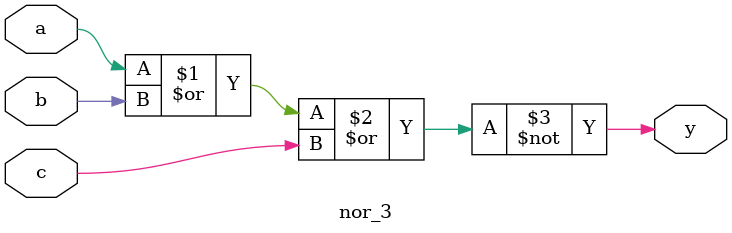
<source format=v>
`timescale 1ns / 1ps
module nor_3(input a,b,c, output y);
assign y=~(a|b|c);
endmodule

</source>
